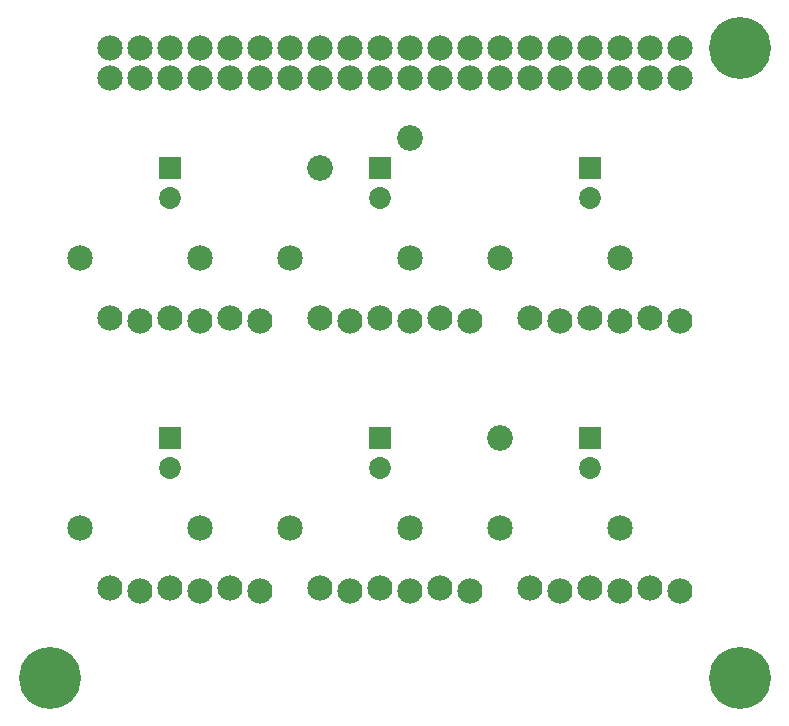
<source format=gts>
G04 MADE WITH FRITZING*
G04 WWW.FRITZING.ORG*
G04 DOUBLE SIDED*
G04 HOLES PLATED*
G04 CONTOUR ON CENTER OF CONTOUR VECTOR*
%ASAXBY*%
%FSLAX23Y23*%
%MOIN*%
%OFA0B0*%
%SFA1.0B1.0*%
%ADD10C,0.085000*%
%ADD11C,0.072992*%
%ADD12C,0.084000*%
%ADD13C,0.084667*%
%ADD14C,0.084695*%
%ADD15C,0.085433*%
%ADD16C,0.206850*%
%ADD17R,0.072992X0.072992*%
%LNMASK1*%
G90*
G70*
G54D10*
X302Y1608D03*
X702Y1608D03*
G54D11*
X602Y1906D03*
X602Y1808D03*
G54D10*
X1002Y1608D03*
X1402Y1608D03*
G54D11*
X1302Y1906D03*
X1302Y1808D03*
G54D10*
X1702Y1608D03*
X2102Y1608D03*
G54D11*
X2002Y1906D03*
X2002Y1808D03*
G54D10*
X302Y708D03*
X702Y708D03*
G54D11*
X602Y1006D03*
X602Y908D03*
G54D10*
X1002Y708D03*
X1402Y708D03*
G54D11*
X1302Y1006D03*
X1302Y908D03*
G54D10*
X1702Y708D03*
X2102Y708D03*
G54D11*
X2002Y1006D03*
X2002Y908D03*
G54D12*
X902Y1398D03*
X802Y1408D03*
X702Y1398D03*
X602Y1408D03*
X502Y1398D03*
X402Y1408D03*
X1602Y1398D03*
X1502Y1408D03*
X1402Y1398D03*
X1302Y1408D03*
X1202Y1398D03*
X1102Y1408D03*
X2302Y1398D03*
X2202Y1408D03*
X2102Y1398D03*
X2002Y1408D03*
X1902Y1398D03*
X1802Y1408D03*
X902Y498D03*
X802Y508D03*
X702Y498D03*
X602Y508D03*
X502Y498D03*
X402Y508D03*
X1602Y498D03*
X1502Y508D03*
X1402Y498D03*
X1302Y508D03*
X1202Y498D03*
X1102Y508D03*
X2302Y498D03*
X2202Y508D03*
X2102Y498D03*
X2002Y508D03*
X1902Y498D03*
X1802Y508D03*
G54D13*
X402Y2208D03*
X502Y2208D03*
X602Y2208D03*
X702Y2208D03*
G54D14*
X802Y2208D03*
G54D13*
X902Y2208D03*
X1002Y2208D03*
X1102Y2208D03*
X1202Y2208D03*
G54D14*
X1302Y2208D03*
G54D13*
X1402Y2208D03*
G54D14*
X1502Y2208D03*
G54D13*
X1602Y2208D03*
X1702Y2208D03*
X1802Y2208D03*
X1902Y2208D03*
G54D14*
X2002Y2208D03*
G54D13*
X2102Y2208D03*
X2202Y2208D03*
X2302Y2208D03*
X2302Y2308D03*
X2202Y2308D03*
X2102Y2308D03*
G54D14*
X2002Y2308D03*
G54D13*
X1902Y2308D03*
X1802Y2308D03*
X1702Y2308D03*
X1602Y2308D03*
G54D14*
X1502Y2308D03*
G54D13*
X1402Y2308D03*
G54D14*
X1302Y2308D03*
G54D13*
X1202Y2308D03*
X1102Y2308D03*
X1002Y2308D03*
X902Y2308D03*
G54D14*
X802Y2308D03*
G54D13*
X702Y2308D03*
X602Y2308D03*
X502Y2308D03*
X402Y2308D03*
G54D15*
X1402Y2008D03*
X1702Y1008D03*
X1102Y1908D03*
G54D16*
X2502Y2308D03*
X2502Y208D03*
X202Y208D03*
G54D17*
X602Y1906D03*
X1302Y1906D03*
X2002Y1906D03*
X602Y1006D03*
X1302Y1006D03*
X2002Y1006D03*
G04 End of Mask1*
M02*
</source>
